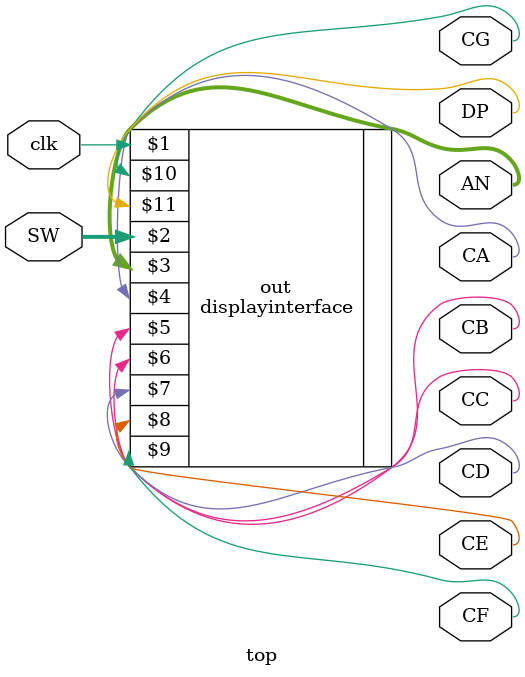
<source format=v>
`timescale 1ns / 1ps


module top(input clk, input [15:0] SW, output[7:0] AN, output CA, CB, CC, CD, CE, CF, CG, DP);

//  displayinterface    (clock, SWin, anode, ca, cb, cc, cd, ce, cf, cg, dp);
    displayinterface out(clk,   SW,   AN,    CA, CB, CC, CD, CE, CF, CG, DP);
    
endmodule

</source>
